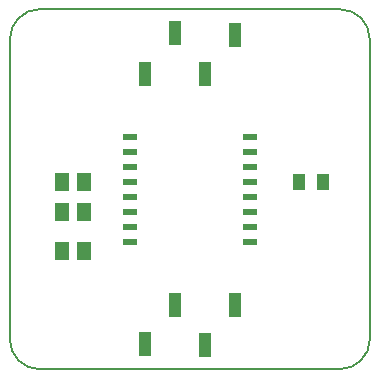
<source format=gbp>
G04 (created by PCBNEW (2013-03-15 BZR 4003)-stable) date 22-Apr-13 3:44:31 PM*
%MOIN*%
G04 Gerber Fmt 3.4, Leading zero omitted, Abs format*
%FSLAX34Y34*%
G01*
G70*
G90*
G04 APERTURE LIST*
%ADD10C,0.003*%
%ADD11C,0.005*%
%ADD12R,0.045X0.02*%
%ADD13R,0.04X0.08*%
%ADD14R,0.0512X0.059*%
%ADD15R,0.042X0.056*%
G04 APERTURE END LIST*
G54D10*
G54D11*
X22000Y-11000D02*
G75*
G03X21000Y-10000I-1000J0D01*
G74*
G01*
X11000Y-10000D02*
G75*
G03X10000Y-11000I0J-1000D01*
G74*
G01*
X10000Y-21000D02*
G75*
G03X11000Y-22000I1000J0D01*
G74*
G01*
X21000Y-22000D02*
G75*
G03X22000Y-21000I0J1000D01*
G74*
G01*
X10000Y-21000D02*
X10000Y-11000D01*
X21000Y-22000D02*
X11000Y-22000D01*
X22000Y-11000D02*
X22000Y-21000D01*
X11000Y-10000D02*
X21000Y-10000D01*
G54D12*
X14000Y-17750D03*
X14000Y-17250D03*
X14000Y-16750D03*
X14000Y-16250D03*
X14000Y-15750D03*
X14000Y-15250D03*
X14000Y-14750D03*
X14000Y-14250D03*
X18000Y-14250D03*
X18000Y-14750D03*
X18000Y-15250D03*
X18000Y-15750D03*
X18000Y-16250D03*
X18000Y-16750D03*
X18000Y-17250D03*
X18000Y-17750D03*
G54D13*
X17500Y-10850D03*
X16500Y-12150D03*
X15500Y-10800D03*
X14500Y-12150D03*
X14500Y-21150D03*
X15500Y-19850D03*
X16500Y-21200D03*
X17500Y-19850D03*
G54D14*
X11725Y-16750D03*
X12475Y-16750D03*
X11725Y-15750D03*
X12475Y-15750D03*
X11725Y-18050D03*
X12475Y-18050D03*
G54D15*
X20450Y-15750D03*
X19650Y-15750D03*
M02*

</source>
